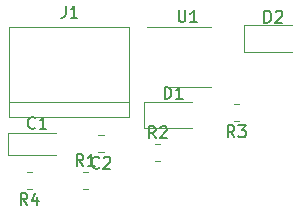
<source format=gbr>
%TF.GenerationSoftware,KiCad,Pcbnew,(6.0.10)*%
%TF.CreationDate,2023-02-17T09:19:47-08:00*%
%TF.ProjectId,exerciseII,65786572-6369-4736-9549-492e6b696361,rev?*%
%TF.SameCoordinates,Original*%
%TF.FileFunction,Legend,Top*%
%TF.FilePolarity,Positive*%
%FSLAX46Y46*%
G04 Gerber Fmt 4.6, Leading zero omitted, Abs format (unit mm)*
G04 Created by KiCad (PCBNEW (6.0.10)) date 2023-02-17 09:19:47*
%MOMM*%
%LPD*%
G01*
G04 APERTURE LIST*
%ADD10C,0.150000*%
%ADD11C,0.120000*%
G04 APERTURE END LIST*
D10*
%TO.C,J1*%
X27796666Y-18752380D02*
X27796666Y-19466666D01*
X27749047Y-19609523D01*
X27653809Y-19704761D01*
X27510952Y-19752380D01*
X27415714Y-19752380D01*
X28796666Y-19752380D02*
X28225238Y-19752380D01*
X28510952Y-19752380D02*
X28510952Y-18752380D01*
X28415714Y-18895238D01*
X28320476Y-18990476D01*
X28225238Y-19038095D01*
%TO.C,D2*%
X44636904Y-20182380D02*
X44636904Y-19182380D01*
X44875000Y-19182380D01*
X45017857Y-19230000D01*
X45113095Y-19325238D01*
X45160714Y-19420476D01*
X45208333Y-19610952D01*
X45208333Y-19753809D01*
X45160714Y-19944285D01*
X45113095Y-20039523D01*
X45017857Y-20134761D01*
X44875000Y-20182380D01*
X44636904Y-20182380D01*
X45589285Y-19277619D02*
X45636904Y-19230000D01*
X45732142Y-19182380D01*
X45970238Y-19182380D01*
X46065476Y-19230000D01*
X46113095Y-19277619D01*
X46160714Y-19372857D01*
X46160714Y-19468095D01*
X46113095Y-19610952D01*
X45541666Y-20182380D01*
X46160714Y-20182380D01*
%TO.C,R1*%
X29313333Y-32332380D02*
X28980000Y-31856190D01*
X28741904Y-32332380D02*
X28741904Y-31332380D01*
X29122857Y-31332380D01*
X29218095Y-31380000D01*
X29265714Y-31427619D01*
X29313333Y-31522857D01*
X29313333Y-31665714D01*
X29265714Y-31760952D01*
X29218095Y-31808571D01*
X29122857Y-31856190D01*
X28741904Y-31856190D01*
X30265714Y-32332380D02*
X29694285Y-32332380D01*
X29980000Y-32332380D02*
X29980000Y-31332380D01*
X29884761Y-31475238D01*
X29789523Y-31570476D01*
X29694285Y-31618095D01*
%TO.C,R3*%
X42103333Y-29882380D02*
X41770000Y-29406190D01*
X41531904Y-29882380D02*
X41531904Y-28882380D01*
X41912857Y-28882380D01*
X42008095Y-28930000D01*
X42055714Y-28977619D01*
X42103333Y-29072857D01*
X42103333Y-29215714D01*
X42055714Y-29310952D01*
X42008095Y-29358571D01*
X41912857Y-29406190D01*
X41531904Y-29406190D01*
X42436666Y-28882380D02*
X43055714Y-28882380D01*
X42722380Y-29263333D01*
X42865238Y-29263333D01*
X42960476Y-29310952D01*
X43008095Y-29358571D01*
X43055714Y-29453809D01*
X43055714Y-29691904D01*
X43008095Y-29787142D01*
X42960476Y-29834761D01*
X42865238Y-29882380D01*
X42579523Y-29882380D01*
X42484285Y-29834761D01*
X42436666Y-29787142D01*
%TO.C,R4*%
X24563333Y-35632380D02*
X24230000Y-35156190D01*
X23991904Y-35632380D02*
X23991904Y-34632380D01*
X24372857Y-34632380D01*
X24468095Y-34680000D01*
X24515714Y-34727619D01*
X24563333Y-34822857D01*
X24563333Y-34965714D01*
X24515714Y-35060952D01*
X24468095Y-35108571D01*
X24372857Y-35156190D01*
X23991904Y-35156190D01*
X25420476Y-34965714D02*
X25420476Y-35632380D01*
X25182380Y-34584761D02*
X24944285Y-35299047D01*
X25563333Y-35299047D01*
%TO.C,R2*%
X35423333Y-29972380D02*
X35090000Y-29496190D01*
X34851904Y-29972380D02*
X34851904Y-28972380D01*
X35232857Y-28972380D01*
X35328095Y-29020000D01*
X35375714Y-29067619D01*
X35423333Y-29162857D01*
X35423333Y-29305714D01*
X35375714Y-29400952D01*
X35328095Y-29448571D01*
X35232857Y-29496190D01*
X34851904Y-29496190D01*
X35804285Y-29067619D02*
X35851904Y-29020000D01*
X35947142Y-28972380D01*
X36185238Y-28972380D01*
X36280476Y-29020000D01*
X36328095Y-29067619D01*
X36375714Y-29162857D01*
X36375714Y-29258095D01*
X36328095Y-29400952D01*
X35756666Y-29972380D01*
X36375714Y-29972380D01*
%TO.C,U1*%
X37368095Y-19132380D02*
X37368095Y-19941904D01*
X37415714Y-20037142D01*
X37463333Y-20084761D01*
X37558571Y-20132380D01*
X37749047Y-20132380D01*
X37844285Y-20084761D01*
X37891904Y-20037142D01*
X37939523Y-19941904D01*
X37939523Y-19132380D01*
X38939523Y-20132380D02*
X38368095Y-20132380D01*
X38653809Y-20132380D02*
X38653809Y-19132380D01*
X38558571Y-19275238D01*
X38463333Y-19370476D01*
X38368095Y-19418095D01*
%TO.C,C2*%
X30643333Y-32447142D02*
X30595714Y-32494761D01*
X30452857Y-32542380D01*
X30357619Y-32542380D01*
X30214761Y-32494761D01*
X30119523Y-32399523D01*
X30071904Y-32304285D01*
X30024285Y-32113809D01*
X30024285Y-31970952D01*
X30071904Y-31780476D01*
X30119523Y-31685238D01*
X30214761Y-31590000D01*
X30357619Y-31542380D01*
X30452857Y-31542380D01*
X30595714Y-31590000D01*
X30643333Y-31637619D01*
X31024285Y-31637619D02*
X31071904Y-31590000D01*
X31167142Y-31542380D01*
X31405238Y-31542380D01*
X31500476Y-31590000D01*
X31548095Y-31637619D01*
X31595714Y-31732857D01*
X31595714Y-31828095D01*
X31548095Y-31970952D01*
X30976666Y-32542380D01*
X31595714Y-32542380D01*
%TO.C,D1*%
X36186904Y-26632380D02*
X36186904Y-25632380D01*
X36425000Y-25632380D01*
X36567857Y-25680000D01*
X36663095Y-25775238D01*
X36710714Y-25870476D01*
X36758333Y-26060952D01*
X36758333Y-26203809D01*
X36710714Y-26394285D01*
X36663095Y-26489523D01*
X36567857Y-26584761D01*
X36425000Y-26632380D01*
X36186904Y-26632380D01*
X37710714Y-26632380D02*
X37139285Y-26632380D01*
X37425000Y-26632380D02*
X37425000Y-25632380D01*
X37329761Y-25775238D01*
X37234523Y-25870476D01*
X37139285Y-25918095D01*
%TO.C,C1*%
X25233333Y-29087142D02*
X25185714Y-29134761D01*
X25042857Y-29182380D01*
X24947619Y-29182380D01*
X24804761Y-29134761D01*
X24709523Y-29039523D01*
X24661904Y-28944285D01*
X24614285Y-28753809D01*
X24614285Y-28610952D01*
X24661904Y-28420476D01*
X24709523Y-28325238D01*
X24804761Y-28230000D01*
X24947619Y-28182380D01*
X25042857Y-28182380D01*
X25185714Y-28230000D01*
X25233333Y-28277619D01*
X26185714Y-29182380D02*
X25614285Y-29182380D01*
X25900000Y-29182380D02*
X25900000Y-28182380D01*
X25804761Y-28325238D01*
X25709523Y-28420476D01*
X25614285Y-28468095D01*
D11*
%TO.C,J1*%
X23050000Y-20570000D02*
X23050000Y-28190000D01*
X33210000Y-20570000D02*
X23050000Y-20570000D01*
X33210000Y-28190000D02*
X33210000Y-20570000D01*
X23050000Y-28190000D02*
X33210000Y-28190000D01*
X33210000Y-26920000D02*
X23050000Y-26920000D01*
%TO.C,D2*%
X42915000Y-22685000D02*
X46975000Y-22685000D01*
X42915000Y-20415000D02*
X42915000Y-22685000D01*
X46975000Y-20415000D02*
X42915000Y-20415000D01*
%TO.C,R1*%
X29252936Y-32795000D02*
X29707064Y-32795000D01*
X29252936Y-34265000D02*
X29707064Y-34265000D01*
%TO.C,R3*%
X42497064Y-27045000D02*
X42042936Y-27045000D01*
X42497064Y-28515000D02*
X42042936Y-28515000D01*
%TO.C,R4*%
X24957064Y-34265000D02*
X24502936Y-34265000D01*
X24957064Y-32795000D02*
X24502936Y-32795000D01*
%TO.C,R2*%
X35362936Y-31905000D02*
X35817064Y-31905000D01*
X35362936Y-30435000D02*
X35817064Y-30435000D01*
%TO.C,U1*%
X38130000Y-20520000D02*
X34680000Y-20520000D01*
X38130000Y-25640000D02*
X36180000Y-25640000D01*
X38130000Y-20520000D02*
X40080000Y-20520000D01*
X38130000Y-25640000D02*
X40080000Y-25640000D01*
%TO.C,C2*%
X31071252Y-29675000D02*
X30548748Y-29675000D01*
X31071252Y-31145000D02*
X30548748Y-31145000D01*
%TO.C,D1*%
X34465000Y-29135000D02*
X38525000Y-29135000D01*
X34465000Y-26865000D02*
X34465000Y-29135000D01*
X38525000Y-26865000D02*
X34465000Y-26865000D01*
%TO.C,C1*%
X27000000Y-29545000D02*
X22915000Y-29545000D01*
X22915000Y-31415000D02*
X27000000Y-31415000D01*
X22915000Y-29545000D02*
X22915000Y-31415000D01*
%TD*%
M02*

</source>
